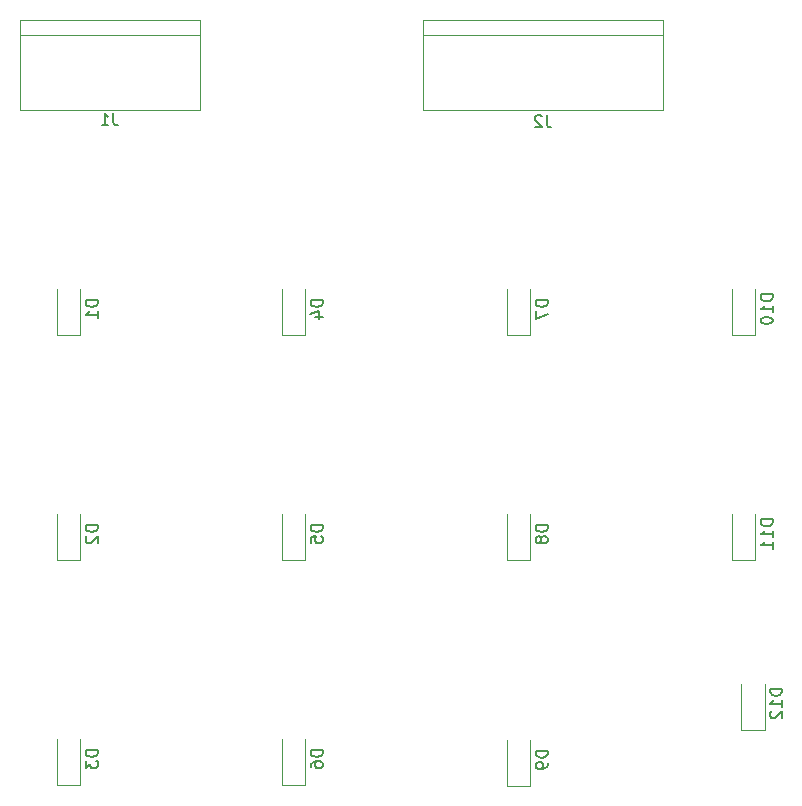
<source format=gbo>
G04 #@! TF.GenerationSoftware,KiCad,Pcbnew,(5.1.4)-1*
G04 #@! TF.CreationDate,2024-12-14T20:16:23-08:00*
G04 #@! TF.ProjectId,Deej keypad,4465656a-206b-4657-9970-61642e6b6963,rev?*
G04 #@! TF.SameCoordinates,Original*
G04 #@! TF.FileFunction,Legend,Bot*
G04 #@! TF.FilePolarity,Positive*
%FSLAX46Y46*%
G04 Gerber Fmt 4.6, Leading zero omitted, Abs format (unit mm)*
G04 Created by KiCad (PCBNEW (5.1.4)-1) date 2024-12-14 20:16:23*
%MOMM*%
%LPD*%
G04 APERTURE LIST*
%ADD10C,0.120000*%
%ADD11C,0.150000*%
%ADD12C,2.302000*%
%ADD13C,1.852000*%
%ADD14C,2.352000*%
%ADD15C,4.089800*%
%ADD16C,2.352000*%
%ADD17R,3.102000X3.102000*%
%ADD18C,3.102000*%
%ADD19R,1.302000X1.002000*%
G04 APERTURE END LIST*
D10*
X132397500Y-69215000D02*
X132397500Y-76835000D01*
X147637500Y-69215000D02*
X147637500Y-76835000D01*
X132397500Y-70485000D02*
X147637500Y-70485000D01*
X132397500Y-76835000D02*
X147637500Y-76835000D01*
X132397500Y-69215000D02*
X147637500Y-69215000D01*
X166528750Y-76835000D02*
X166528750Y-69215000D01*
X186848750Y-69215000D02*
X186848750Y-76835000D01*
X186848750Y-70485000D02*
X166528750Y-70485000D01*
X166528750Y-76835000D02*
X186848750Y-76835000D01*
X166528750Y-69215000D02*
X186848750Y-69215000D01*
X195468750Y-129312500D02*
X193468750Y-129312500D01*
X193468750Y-129312500D02*
X193468750Y-125412500D01*
X195468750Y-129312500D02*
X195468750Y-125412500D01*
X194675000Y-114962500D02*
X192675000Y-114962500D01*
X192675000Y-114962500D02*
X192675000Y-111062500D01*
X194675000Y-114962500D02*
X194675000Y-111062500D01*
X194675000Y-95912500D02*
X192675000Y-95912500D01*
X192675000Y-95912500D02*
X192675000Y-92012500D01*
X194675000Y-95912500D02*
X194675000Y-92012500D01*
X175625000Y-134075000D02*
X173625000Y-134075000D01*
X173625000Y-134075000D02*
X173625000Y-130175000D01*
X175625000Y-134075000D02*
X175625000Y-130175000D01*
X175625000Y-114962500D02*
X173625000Y-114962500D01*
X173625000Y-114962500D02*
X173625000Y-111062500D01*
X175625000Y-114962500D02*
X175625000Y-111062500D01*
X175625000Y-95912500D02*
X173625000Y-95912500D01*
X173625000Y-95912500D02*
X173625000Y-92012500D01*
X175625000Y-95912500D02*
X175625000Y-92012500D01*
X156575000Y-134012500D02*
X154575000Y-134012500D01*
X154575000Y-134012500D02*
X154575000Y-130112500D01*
X156575000Y-134012500D02*
X156575000Y-130112500D01*
X156575000Y-114962500D02*
X154575000Y-114962500D01*
X154575000Y-114962500D02*
X154575000Y-111062500D01*
X156575000Y-114962500D02*
X156575000Y-111062500D01*
X156575000Y-95912500D02*
X154575000Y-95912500D01*
X154575000Y-95912500D02*
X154575000Y-92012500D01*
X156575000Y-95912500D02*
X156575000Y-92012500D01*
X137525000Y-134012500D02*
X135525000Y-134012500D01*
X135525000Y-134012500D02*
X135525000Y-130112500D01*
X137525000Y-134012500D02*
X137525000Y-130112500D01*
X137525000Y-114962500D02*
X135525000Y-114962500D01*
X135525000Y-114962500D02*
X135525000Y-111062500D01*
X137525000Y-114962500D02*
X137525000Y-111062500D01*
X137525000Y-95912500D02*
X135525000Y-95912500D01*
X135525000Y-95912500D02*
X135525000Y-92012500D01*
X137525000Y-95912500D02*
X137525000Y-92012500D01*
D11*
X140320833Y-77127380D02*
X140320833Y-77841666D01*
X140368452Y-77984523D01*
X140463690Y-78079761D01*
X140606547Y-78127380D01*
X140701785Y-78127380D01*
X139320833Y-78127380D02*
X139892261Y-78127380D01*
X139606547Y-78127380D02*
X139606547Y-77127380D01*
X139701785Y-77270238D01*
X139797023Y-77365476D01*
X139892261Y-77413095D01*
X177002083Y-77277380D02*
X177002083Y-77991666D01*
X177049702Y-78134523D01*
X177144940Y-78229761D01*
X177287797Y-78277380D01*
X177383035Y-78277380D01*
X176573511Y-77372619D02*
X176525892Y-77325000D01*
X176430654Y-77277380D01*
X176192559Y-77277380D01*
X176097321Y-77325000D01*
X176049702Y-77372619D01*
X176002083Y-77467857D01*
X176002083Y-77563095D01*
X176049702Y-77705952D01*
X176621130Y-78277380D01*
X176002083Y-78277380D01*
X196921130Y-125848214D02*
X195921130Y-125848214D01*
X195921130Y-126086309D01*
X195968750Y-126229166D01*
X196063988Y-126324404D01*
X196159226Y-126372023D01*
X196349702Y-126419642D01*
X196492559Y-126419642D01*
X196683035Y-126372023D01*
X196778273Y-126324404D01*
X196873511Y-126229166D01*
X196921130Y-126086309D01*
X196921130Y-125848214D01*
X196921130Y-127372023D02*
X196921130Y-126800595D01*
X196921130Y-127086309D02*
X195921130Y-127086309D01*
X196063988Y-126991071D01*
X196159226Y-126895833D01*
X196206845Y-126800595D01*
X196016369Y-127752976D02*
X195968750Y-127800595D01*
X195921130Y-127895833D01*
X195921130Y-128133928D01*
X195968750Y-128229166D01*
X196016369Y-128276785D01*
X196111607Y-128324404D01*
X196206845Y-128324404D01*
X196349702Y-128276785D01*
X196921130Y-127705357D01*
X196921130Y-128324404D01*
X196127380Y-111498214D02*
X195127380Y-111498214D01*
X195127380Y-111736309D01*
X195175000Y-111879166D01*
X195270238Y-111974404D01*
X195365476Y-112022023D01*
X195555952Y-112069642D01*
X195698809Y-112069642D01*
X195889285Y-112022023D01*
X195984523Y-111974404D01*
X196079761Y-111879166D01*
X196127380Y-111736309D01*
X196127380Y-111498214D01*
X196127380Y-113022023D02*
X196127380Y-112450595D01*
X196127380Y-112736309D02*
X195127380Y-112736309D01*
X195270238Y-112641071D01*
X195365476Y-112545833D01*
X195413095Y-112450595D01*
X196127380Y-113974404D02*
X196127380Y-113402976D01*
X196127380Y-113688690D02*
X195127380Y-113688690D01*
X195270238Y-113593452D01*
X195365476Y-113498214D01*
X195413095Y-113402976D01*
X196127380Y-92448214D02*
X195127380Y-92448214D01*
X195127380Y-92686309D01*
X195175000Y-92829166D01*
X195270238Y-92924404D01*
X195365476Y-92972023D01*
X195555952Y-93019642D01*
X195698809Y-93019642D01*
X195889285Y-92972023D01*
X195984523Y-92924404D01*
X196079761Y-92829166D01*
X196127380Y-92686309D01*
X196127380Y-92448214D01*
X196127380Y-93972023D02*
X196127380Y-93400595D01*
X196127380Y-93686309D02*
X195127380Y-93686309D01*
X195270238Y-93591071D01*
X195365476Y-93495833D01*
X195413095Y-93400595D01*
X195127380Y-94591071D02*
X195127380Y-94686309D01*
X195175000Y-94781547D01*
X195222619Y-94829166D01*
X195317857Y-94876785D01*
X195508333Y-94924404D01*
X195746428Y-94924404D01*
X195936904Y-94876785D01*
X196032142Y-94829166D01*
X196079761Y-94781547D01*
X196127380Y-94686309D01*
X196127380Y-94591071D01*
X196079761Y-94495833D01*
X196032142Y-94448214D01*
X195936904Y-94400595D01*
X195746428Y-94352976D01*
X195508333Y-94352976D01*
X195317857Y-94400595D01*
X195222619Y-94448214D01*
X195175000Y-94495833D01*
X195127380Y-94591071D01*
X177077380Y-131086904D02*
X176077380Y-131086904D01*
X176077380Y-131325000D01*
X176125000Y-131467857D01*
X176220238Y-131563095D01*
X176315476Y-131610714D01*
X176505952Y-131658333D01*
X176648809Y-131658333D01*
X176839285Y-131610714D01*
X176934523Y-131563095D01*
X177029761Y-131467857D01*
X177077380Y-131325000D01*
X177077380Y-131086904D01*
X177077380Y-132134523D02*
X177077380Y-132325000D01*
X177029761Y-132420238D01*
X176982142Y-132467857D01*
X176839285Y-132563095D01*
X176648809Y-132610714D01*
X176267857Y-132610714D01*
X176172619Y-132563095D01*
X176125000Y-132515476D01*
X176077380Y-132420238D01*
X176077380Y-132229761D01*
X176125000Y-132134523D01*
X176172619Y-132086904D01*
X176267857Y-132039285D01*
X176505952Y-132039285D01*
X176601190Y-132086904D01*
X176648809Y-132134523D01*
X176696428Y-132229761D01*
X176696428Y-132420238D01*
X176648809Y-132515476D01*
X176601190Y-132563095D01*
X176505952Y-132610714D01*
X177077380Y-111974404D02*
X176077380Y-111974404D01*
X176077380Y-112212500D01*
X176125000Y-112355357D01*
X176220238Y-112450595D01*
X176315476Y-112498214D01*
X176505952Y-112545833D01*
X176648809Y-112545833D01*
X176839285Y-112498214D01*
X176934523Y-112450595D01*
X177029761Y-112355357D01*
X177077380Y-112212500D01*
X177077380Y-111974404D01*
X176505952Y-113117261D02*
X176458333Y-113022023D01*
X176410714Y-112974404D01*
X176315476Y-112926785D01*
X176267857Y-112926785D01*
X176172619Y-112974404D01*
X176125000Y-113022023D01*
X176077380Y-113117261D01*
X176077380Y-113307738D01*
X176125000Y-113402976D01*
X176172619Y-113450595D01*
X176267857Y-113498214D01*
X176315476Y-113498214D01*
X176410714Y-113450595D01*
X176458333Y-113402976D01*
X176505952Y-113307738D01*
X176505952Y-113117261D01*
X176553571Y-113022023D01*
X176601190Y-112974404D01*
X176696428Y-112926785D01*
X176886904Y-112926785D01*
X176982142Y-112974404D01*
X177029761Y-113022023D01*
X177077380Y-113117261D01*
X177077380Y-113307738D01*
X177029761Y-113402976D01*
X176982142Y-113450595D01*
X176886904Y-113498214D01*
X176696428Y-113498214D01*
X176601190Y-113450595D01*
X176553571Y-113402976D01*
X176505952Y-113307738D01*
X177077380Y-92924404D02*
X176077380Y-92924404D01*
X176077380Y-93162500D01*
X176125000Y-93305357D01*
X176220238Y-93400595D01*
X176315476Y-93448214D01*
X176505952Y-93495833D01*
X176648809Y-93495833D01*
X176839285Y-93448214D01*
X176934523Y-93400595D01*
X177029761Y-93305357D01*
X177077380Y-93162500D01*
X177077380Y-92924404D01*
X176077380Y-93829166D02*
X176077380Y-94495833D01*
X177077380Y-94067261D01*
X158027380Y-131024404D02*
X157027380Y-131024404D01*
X157027380Y-131262500D01*
X157075000Y-131405357D01*
X157170238Y-131500595D01*
X157265476Y-131548214D01*
X157455952Y-131595833D01*
X157598809Y-131595833D01*
X157789285Y-131548214D01*
X157884523Y-131500595D01*
X157979761Y-131405357D01*
X158027380Y-131262500D01*
X158027380Y-131024404D01*
X157027380Y-132452976D02*
X157027380Y-132262500D01*
X157075000Y-132167261D01*
X157122619Y-132119642D01*
X157265476Y-132024404D01*
X157455952Y-131976785D01*
X157836904Y-131976785D01*
X157932142Y-132024404D01*
X157979761Y-132072023D01*
X158027380Y-132167261D01*
X158027380Y-132357738D01*
X157979761Y-132452976D01*
X157932142Y-132500595D01*
X157836904Y-132548214D01*
X157598809Y-132548214D01*
X157503571Y-132500595D01*
X157455952Y-132452976D01*
X157408333Y-132357738D01*
X157408333Y-132167261D01*
X157455952Y-132072023D01*
X157503571Y-132024404D01*
X157598809Y-131976785D01*
X158027380Y-111974404D02*
X157027380Y-111974404D01*
X157027380Y-112212500D01*
X157075000Y-112355357D01*
X157170238Y-112450595D01*
X157265476Y-112498214D01*
X157455952Y-112545833D01*
X157598809Y-112545833D01*
X157789285Y-112498214D01*
X157884523Y-112450595D01*
X157979761Y-112355357D01*
X158027380Y-112212500D01*
X158027380Y-111974404D01*
X157027380Y-113450595D02*
X157027380Y-112974404D01*
X157503571Y-112926785D01*
X157455952Y-112974404D01*
X157408333Y-113069642D01*
X157408333Y-113307738D01*
X157455952Y-113402976D01*
X157503571Y-113450595D01*
X157598809Y-113498214D01*
X157836904Y-113498214D01*
X157932142Y-113450595D01*
X157979761Y-113402976D01*
X158027380Y-113307738D01*
X158027380Y-113069642D01*
X157979761Y-112974404D01*
X157932142Y-112926785D01*
X158027380Y-92924404D02*
X157027380Y-92924404D01*
X157027380Y-93162500D01*
X157075000Y-93305357D01*
X157170238Y-93400595D01*
X157265476Y-93448214D01*
X157455952Y-93495833D01*
X157598809Y-93495833D01*
X157789285Y-93448214D01*
X157884523Y-93400595D01*
X157979761Y-93305357D01*
X158027380Y-93162500D01*
X158027380Y-92924404D01*
X157360714Y-94352976D02*
X158027380Y-94352976D01*
X156979761Y-94114880D02*
X157694047Y-93876785D01*
X157694047Y-94495833D01*
X138977380Y-131024404D02*
X137977380Y-131024404D01*
X137977380Y-131262500D01*
X138025000Y-131405357D01*
X138120238Y-131500595D01*
X138215476Y-131548214D01*
X138405952Y-131595833D01*
X138548809Y-131595833D01*
X138739285Y-131548214D01*
X138834523Y-131500595D01*
X138929761Y-131405357D01*
X138977380Y-131262500D01*
X138977380Y-131024404D01*
X137977380Y-131929166D02*
X137977380Y-132548214D01*
X138358333Y-132214880D01*
X138358333Y-132357738D01*
X138405952Y-132452976D01*
X138453571Y-132500595D01*
X138548809Y-132548214D01*
X138786904Y-132548214D01*
X138882142Y-132500595D01*
X138929761Y-132452976D01*
X138977380Y-132357738D01*
X138977380Y-132072023D01*
X138929761Y-131976785D01*
X138882142Y-131929166D01*
X138977380Y-111974404D02*
X137977380Y-111974404D01*
X137977380Y-112212500D01*
X138025000Y-112355357D01*
X138120238Y-112450595D01*
X138215476Y-112498214D01*
X138405952Y-112545833D01*
X138548809Y-112545833D01*
X138739285Y-112498214D01*
X138834523Y-112450595D01*
X138929761Y-112355357D01*
X138977380Y-112212500D01*
X138977380Y-111974404D01*
X138072619Y-112926785D02*
X138025000Y-112974404D01*
X137977380Y-113069642D01*
X137977380Y-113307738D01*
X138025000Y-113402976D01*
X138072619Y-113450595D01*
X138167857Y-113498214D01*
X138263095Y-113498214D01*
X138405952Y-113450595D01*
X138977380Y-112879166D01*
X138977380Y-113498214D01*
X138977380Y-92924404D02*
X137977380Y-92924404D01*
X137977380Y-93162500D01*
X138025000Y-93305357D01*
X138120238Y-93400595D01*
X138215476Y-93448214D01*
X138405952Y-93495833D01*
X138548809Y-93495833D01*
X138739285Y-93448214D01*
X138834523Y-93400595D01*
X138929761Y-93305357D01*
X138977380Y-93162500D01*
X138977380Y-92924404D01*
X138977380Y-94448214D02*
X138977380Y-93876785D01*
X138977380Y-94162500D02*
X137977380Y-94162500D01*
X138120238Y-94067261D01*
X138215476Y-93972023D01*
X138263095Y-93876785D01*
%LPC*%
D12*
X117475000Y-134143750D03*
X117475000Y-71437500D03*
X196850000Y-134143750D03*
X197643750Y-71437500D03*
D13*
X133667500Y-107950000D03*
X123507500Y-107950000D03*
D14*
X126087500Y-103950000D03*
D15*
X128587500Y-107950000D03*
D14*
X125432501Y-104680000D03*
D16*
X124777500Y-105410000D02*
X126087502Y-103950000D01*
D14*
X131127500Y-102870000D03*
X131107500Y-103160000D03*
D16*
X131087500Y-103450000D02*
X131127500Y-102870000D01*
D13*
X133667500Y-88900000D03*
X123507500Y-88900000D03*
D14*
X126087500Y-84900000D03*
D15*
X128587500Y-88900000D03*
D14*
X125432501Y-85630000D03*
D16*
X124777500Y-86360000D02*
X126087502Y-84900000D01*
D14*
X131127500Y-83820000D03*
X131107500Y-84110000D03*
D16*
X131087500Y-84400000D02*
X131127500Y-83820000D01*
D17*
X134937500Y-73025000D03*
D18*
X140017500Y-73025000D03*
X145097500Y-73025000D03*
X174148750Y-73025000D03*
X179228750Y-73025000D03*
D17*
X169068750Y-73025000D03*
D18*
X184308750Y-73025000D03*
D13*
X171767500Y-127000000D03*
X161607500Y-127000000D03*
D14*
X164187500Y-123000000D03*
D15*
X166687500Y-127000000D03*
D14*
X163532501Y-123730000D03*
D16*
X162877500Y-124460000D02*
X164187502Y-123000000D01*
D14*
X169227500Y-121920000D03*
X169207500Y-122210000D03*
D16*
X169187500Y-122500000D02*
X169227500Y-121920000D01*
D13*
X171767500Y-88900000D03*
X161607500Y-88900000D03*
D14*
X164187500Y-84900000D03*
D15*
X166687500Y-88900000D03*
D14*
X163532501Y-85630000D03*
D16*
X162877500Y-86360000D02*
X164187502Y-84900000D01*
D14*
X169227500Y-83820000D03*
X169207500Y-84110000D03*
D16*
X169187500Y-84400000D02*
X169227500Y-83820000D01*
D19*
X194468750Y-128712500D03*
X194468750Y-125412500D03*
X193675000Y-114362500D03*
X193675000Y-111062500D03*
X193675000Y-95312500D03*
X193675000Y-92012500D03*
X174625000Y-133475000D03*
X174625000Y-130175000D03*
X174625000Y-114362500D03*
X174625000Y-111062500D03*
X174625000Y-95312500D03*
X174625000Y-92012500D03*
X155575000Y-133412500D03*
X155575000Y-130112500D03*
X155575000Y-114362500D03*
X155575000Y-111062500D03*
X155575000Y-95312500D03*
X155575000Y-92012500D03*
X136525000Y-133412500D03*
X136525000Y-130112500D03*
X136525000Y-114362500D03*
X136525000Y-111062500D03*
X136525000Y-95312500D03*
X136525000Y-92012500D03*
D13*
X190817500Y-127000000D03*
X180657500Y-127000000D03*
D14*
X183237500Y-123000000D03*
D15*
X185737500Y-127000000D03*
D14*
X182582501Y-123730000D03*
D16*
X181927500Y-124460000D02*
X183237502Y-123000000D01*
D14*
X188277500Y-121920000D03*
X188257500Y-122210000D03*
D16*
X188237500Y-122500000D02*
X188277500Y-121920000D01*
D13*
X190817500Y-107950000D03*
X180657500Y-107950000D03*
D14*
X183237500Y-103950000D03*
D15*
X185737500Y-107950000D03*
D14*
X182582501Y-104680000D03*
D16*
X181927500Y-105410000D02*
X183237502Y-103950000D01*
D14*
X188277500Y-102870000D03*
X188257500Y-103160000D03*
D16*
X188237500Y-103450000D02*
X188277500Y-102870000D01*
D13*
X190817500Y-88900000D03*
X180657500Y-88900000D03*
D14*
X183237500Y-84900000D03*
D15*
X185737500Y-88900000D03*
D14*
X182582501Y-85630000D03*
D16*
X181927500Y-86360000D02*
X183237502Y-84900000D01*
D14*
X188277500Y-83820000D03*
X188257500Y-84110000D03*
D16*
X188237500Y-84400000D02*
X188277500Y-83820000D01*
D13*
X171767500Y-107950000D03*
X161607500Y-107950000D03*
D14*
X164187500Y-103950000D03*
D15*
X166687500Y-107950000D03*
D14*
X163532501Y-104680000D03*
D16*
X162877500Y-105410000D02*
X164187502Y-103950000D01*
D14*
X169227500Y-102870000D03*
X169207500Y-103160000D03*
D16*
X169187500Y-103450000D02*
X169227500Y-102870000D01*
D13*
X152717500Y-127000000D03*
X142557500Y-127000000D03*
D14*
X145137500Y-123000000D03*
D15*
X147637500Y-127000000D03*
D14*
X144482501Y-123730000D03*
D16*
X143827500Y-124460000D02*
X145137502Y-123000000D01*
D14*
X150177500Y-121920000D03*
X150157500Y-122210000D03*
D16*
X150137500Y-122500000D02*
X150177500Y-121920000D01*
D13*
X152717500Y-107950000D03*
X142557500Y-107950000D03*
D14*
X145137500Y-103950000D03*
D15*
X147637500Y-107950000D03*
D14*
X144482501Y-104680000D03*
D16*
X143827500Y-105410000D02*
X145137502Y-103950000D01*
D14*
X150177500Y-102870000D03*
X150157500Y-103160000D03*
D16*
X150137500Y-103450000D02*
X150177500Y-102870000D01*
D13*
X152717500Y-88900000D03*
X142557500Y-88900000D03*
D14*
X145137500Y-84900000D03*
D15*
X147637500Y-88900000D03*
D14*
X144482501Y-85630000D03*
D16*
X143827500Y-86360000D02*
X145137502Y-84900000D01*
D14*
X150177500Y-83820000D03*
X150157500Y-84110000D03*
D16*
X150137500Y-84400000D02*
X150177500Y-83820000D01*
D13*
X133667500Y-127000000D03*
X123507500Y-127000000D03*
D14*
X126087500Y-123000000D03*
D15*
X128587500Y-127000000D03*
D14*
X125432501Y-123730000D03*
D16*
X124777500Y-124460000D02*
X126087502Y-123000000D01*
D14*
X131127500Y-121920000D03*
X131107500Y-122210000D03*
D16*
X131087500Y-122500000D02*
X131127500Y-121920000D01*
M02*

</source>
